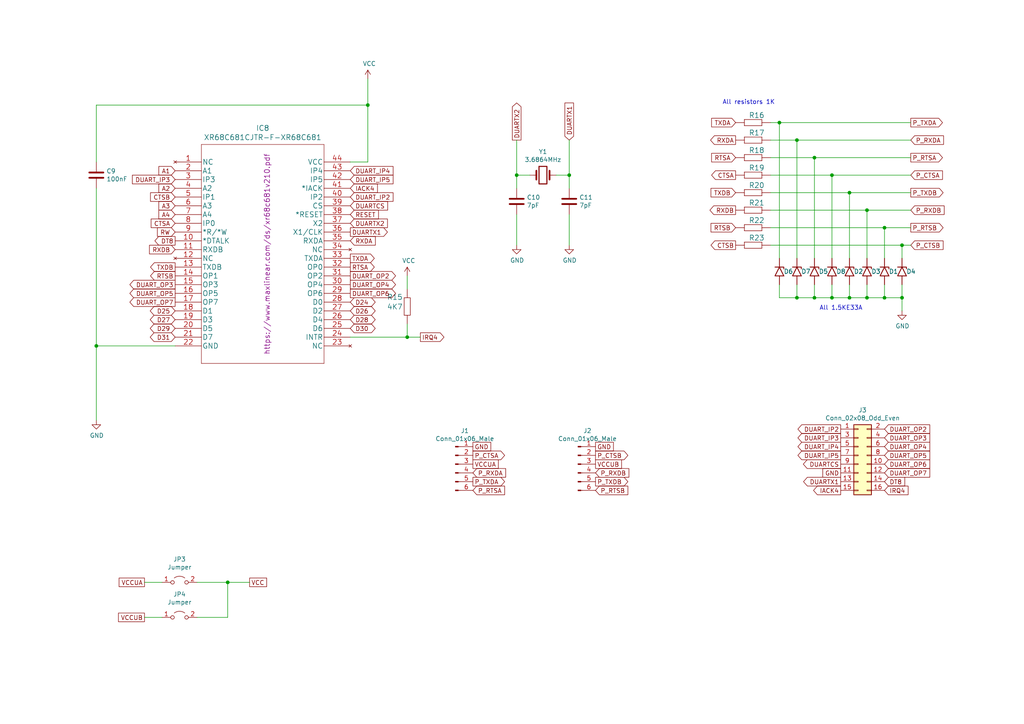
<source format=kicad_sch>
(kicad_sch (version 20211123) (generator eeschema)
  (paper "A4")
  (title_block (title "rosco_m68k Pro (030) Prototype") (date "2023-11-11") (rev "p5") (company "The Really Old-School Company Limited") (comment 1 "Copyright ©2021-2023 The Really Old-School Company Limited") (comment 2 "Open Source Hardware (CERN OHL)") (comment 3 "Prototype Hardware! Not suitable for general use!"))
  (lib_symbols
    (symbol "Connector:Conn_01x06_Male" (pin_names (offset 1.016) hide)
      (property "Reference" "J" (at 0 7.62 0))
      (property "Value" "Conn_01x06_Male" (at 0 -10.16 0))
      (symbol "Conn_01x06_Male_1_1"
        (polyline (pts (xy 1.27 -7.62) (xy 0.8636 -7.62)) (stroke (width 0.1524)))
        (polyline (pts (xy 1.27 -5.08) (xy 0.8636 -5.08)) (stroke (width 0.1524)))
        (polyline (pts (xy 1.27 -2.54) (xy 0.8636 -2.54)) (stroke (width 0.1524)))
        (polyline (pts (xy 1.27 0) (xy 0.8636 0)) (stroke (width 0.1524)))
        (polyline (pts (xy 1.27 2.54) (xy 0.8636 2.54)) (stroke (width 0.1524)))
        (polyline (pts (xy 1.27 5.08) (xy 0.8636 5.08)) (stroke (width 0.1524)))
        (rectangle (start 0.8636 -7.493) (end 0 -7.747) (stroke (width 0.1524)) (fill (type outline)))
        (rectangle (start 0.8636 -4.953) (end 0 -5.207) (stroke (width 0.1524)) (fill (type outline)))
        (rectangle (start 0.8636 -2.413) (end 0 -2.667) (stroke (width 0.1524)) (fill (type outline)))
        (rectangle (start 0.8636 0.127) (end 0 -0.127) (stroke (width 0.1524)) (fill (type outline)))
        (rectangle (start 0.8636 2.667) (end 0 2.413) (stroke (width 0.1524)) (fill (type outline)))
        (rectangle (start 0.8636 5.207) (end 0 4.953) (stroke (width 0.1524)) (fill (type outline)))
        (pin passive line (at 5.08 5.08 180) (length 3.81) (name "Pin_1") (number "1"))
        (pin passive line (at 5.08 2.54 180) (length 3.81) (name "Pin_2") (number "2"))
        (pin passive line (at 5.08 0 180) (length 3.81) (name "Pin_3") (number "3"))
        (pin passive line (at 5.08 -2.54 180) (length 3.81) (name "Pin_4") (number "4"))
        (pin passive line (at 5.08 -5.08 180) (length 3.81) (name "Pin_5") (number "5"))
        (pin passive line (at 5.08 -7.62 180) (length 3.81) (name "Pin_6") (number "6"))
      )
    )
    (symbol "Connector_Generic:Conn_02x08_Odd_Even" (pin_names (offset 1.016) hide)
      (property "Reference" "J" (at 1.27 10.16 0))
      (property "Value" "Conn_02x08_Odd_Even" (at 1.27 -12.7 0))
      (symbol "Conn_02x08_Odd_Even_1_1"
        (rectangle (start -1.27 -10.033) (end 0 -10.287) (stroke (width 0.1524)))
        (rectangle (start -1.27 -7.493) (end 0 -7.747) (stroke (width 0.1524)))
        (rectangle (start -1.27 -4.953) (end 0 -5.207) (stroke (width 0.1524)))
        (rectangle (start -1.27 -2.413) (end 0 -2.667) (stroke (width 0.1524)))
        (rectangle (start -1.27 0.127) (end 0 -0.127) (stroke (width 0.1524)))
        (rectangle (start -1.27 2.667) (end 0 2.413) (stroke (width 0.1524)))
        (rectangle (start -1.27 5.207) (end 0 4.953) (stroke (width 0.1524)))
        (rectangle (start -1.27 7.747) (end 0 7.493) (stroke (width 0.1524)))
        (rectangle (start -1.27 8.89) (end 3.81 -11.43) (stroke (width 0.254)) (fill (type background)))
        (rectangle (start 3.81 -10.033) (end 2.54 -10.287) (stroke (width 0.1524)))
        (rectangle (start 3.81 -7.493) (end 2.54 -7.747) (stroke (width 0.1524)))
        (rectangle (start 3.81 -4.953) (end 2.54 -5.207) (stroke (width 0.1524)))
        (rectangle (start 3.81 -2.413) (end 2.54 -2.667) (stroke (width 0.1524)))
        (rectangle (start 3.81 0.127) (end 2.54 -0.127) (stroke (width 0.1524)))
        (rectangle (start 3.81 2.667) (end 2.54 2.413) (stroke (width 0.1524)))
        (rectangle (start 3.81 5.207) (end 2.54 4.953) (stroke (width 0.1524)))
        (rectangle (start 3.81 7.747) (end 2.54 7.493) (stroke (width 0.1524)))
        (pin passive line (at -5.08 7.62 0) (length 3.81) (name "Pin_1") (number "1"))
        (pin passive line (at 7.62 -2.54 180) (length 3.81) (name "Pin_10") (number "10"))
        (pin passive line (at -5.08 -5.08 0) (length 3.81) (name "Pin_11") (number "11"))
        (pin passive line (at 7.62 -5.08 180) (length 3.81) (name "Pin_12") (number "12"))
        (pin passive line (at -5.08 -7.62 0) (length 3.81) (name "Pin_13") (number "13"))
        (pin passive line (at 7.62 -7.62 180) (length 3.81) (name "Pin_14") (number "14"))
        (pin passive line (at -5.08 -10.16 0) (length 3.81) (name "Pin_15") (number "15"))
        (pin passive line (at 7.62 -10.16 180) (length 3.81) (name "Pin_16") (number "16"))
        (pin passive line (at 7.62 7.62 180) (length 3.81) (name "Pin_2") (number "2"))
        (pin passive line (at -5.08 5.08 0) (length 3.81) (name "Pin_3") (number "3"))
        (pin passive line (at 7.62 5.08 180) (length 3.81) (name "Pin_4") (number "4"))
        (pin passive line (at -5.08 2.54 0) (length 3.81) (name "Pin_5") (number "5"))
        (pin passive line (at 7.62 2.54 180) (length 3.81) (name "Pin_6") (number "6"))
        (pin passive line (at -5.08 0 0) (length 3.81) (name "Pin_7") (number "7"))
        (pin passive line (at 7.62 0 180) (length 3.81) (name "Pin_8") (number "8"))
        (pin passive line (at -5.08 -2.54 0) (length 3.81) (name "Pin_9") (number "9"))
      )
    )
    (symbol "Device:C" (pin_numbers hide) (pin_names (offset 0.254))
      (property "Reference" "C" (at 0.635 2.54 0))
      (property "Value" "C" (at 0.635 -2.54 0))
      (symbol "C_0_1"
        (polyline (pts (xy -2.032 -0.762) (xy 2.032 -0.762)) (stroke (width 0.508)))
        (polyline (pts (xy -2.032 0.762) (xy 2.032 0.762)) (stroke (width 0.508)))
      )
      (symbol "C_1_1"
        (pin passive line (at 0 3.81 270) (length 2.794) (name "~") (number "1"))
        (pin passive line (at 0 -3.81 90) (length 2.794) (name "~") (number "2"))
      )
    )
    (symbol "Device:Crystal" (pin_numbers hide) (pin_names (offset 1.016) hide)
      (property "Reference" "Y" (at 0 3.81 0))
      (property "Value" "Crystal" (at 0 -3.81 0))
      (symbol "Crystal_0_1"
        (rectangle (start -1.143 2.54) (end 1.143 -2.54) (stroke (width 0.3048)))
        (polyline (pts (xy -2.54 0) (xy -1.905 0)))
        (polyline (pts (xy -1.905 -1.27) (xy -1.905 1.27)) (stroke (width 0.508)))
        (polyline (pts (xy 1.905 -1.27) (xy 1.905 1.27)) (stroke (width 0.508)))
        (polyline (pts (xy 2.54 0) (xy 1.905 0)))
      )
      (symbol "Crystal_1_1"
        (pin passive line (at -3.81 0 0) (length 1.27) (name "1") (number "1"))
        (pin passive line (at 3.81 0 180) (length 1.27) (name "2") (number "2"))
      )
    )
    (symbol "Diode:1.5KExxA" (pin_numbers hide) (pin_names (offset 1.016) hide)
      (property "Reference" "D" (at 0 2.54 0))
      (property "Value" "1.5KExxA" (at 0 -2.54 0))
      (symbol "1.5KExxA_0_1"
        (polyline (pts (xy -0.762 1.27) (xy -1.27 1.27) (xy -1.27 -1.27)) (stroke (width 0.254)))
        (polyline (pts (xy 1.27 1.27) (xy 1.27 -1.27) (xy -1.27 0) (xy 1.27 1.27)) (stroke (width 0.254)))
      )
      (symbol "1.5KExxA_1_1"
        (pin passive line (at -3.81 0 0) (length 2.54) (name "A1") (number "1"))
        (pin passive line (at 3.81 0 180) (length 2.54) (name "A2") (number "2"))
      )
    )
    (symbol "Jumper:Jumper_2_Open" (pin_names (offset 0) hide)
      (property "Reference" "JP" (at 0 2.794 0))
      (property "Value" "Jumper_2_Open" (at 0 -2.286 0))
      (symbol "Jumper_2_Open_0_0"
        (circle (center -2.032 0) (radius 0.508))
        (circle (center 2.032 0) (radius 0.508))
      )
      (symbol "Jumper_2_Open_0_1"
        (arc (start 1.524 1.27) (mid 0 1.778) (end -1.524 1.27))
      )
      (symbol "Jumper_2_Open_1_1"
        (pin passive line (at -5.08 0 0) (length 2.54) (name "A") (number "1"))
        (pin passive line (at 5.08 0 180) (length 2.54) (name "B") (number "2"))
      )
    )
    (symbol "power:GND" (power) (pin_names (offset 0))
      (property "Value" "GND" (at 0 -3.81 0))
      (symbol "GND_0_1"
        (polyline (pts (xy 0 0) (xy 0 -1.27) (xy 1.27 -1.27) (xy 0 -2.54) (xy -1.27 -1.27) (xy 0 -1.27)))
      )
      (symbol "GND_1_1"
        (pin power_in line (at 0 0 270) (length 0) hide (name "GND") (number "1"))
      )
    )
    (symbol "power:VCC" (power) (pin_names (offset 0))
      (property "Value" "VCC" (at 0 3.81 0))
      (symbol "VCC_0_1"
        (polyline (pts (xy -0.762 1.27) (xy 0 2.54)))
        (polyline (pts (xy 0 0) (xy 0 2.54)))
        (polyline (pts (xy 0 2.54) (xy 0.762 1.27)))
      )
      (symbol "VCC_1_1"
        (pin power_in line (at 0 0 90) (length 0) hide (name "VCC") (number "1"))
      )
    )
    (symbol "rosco_m68k-eagle-import:R-EU_0207_10" (pin_names (offset 1.016))
      (property "Reference" "R" (at -3.81 1.4986 0))
      (property "Value" "R-EU_0207_10" (at -3.81 -3.302 0))
      (symbol "R-EU_0207_10_1_0"
        (polyline (pts (xy -2.54 -0.889) (xy -2.54 0.889)))
        (polyline (pts (xy -2.54 -0.889) (xy 2.54 -0.889)))
        (polyline (pts (xy 2.54 -0.889) (xy 2.54 0.889)))
        (polyline (pts (xy 2.54 0.889) (xy -2.54 0.889)))
        (pin passive line (at -5.08 0 0) (length 2.54) (name "1") (number "1"))
        (pin passive line (at 5.08 0 180) (length 2.54) (name "2") (number "2"))
      )
    )
    (symbol "rosco_m68k:XR68C681CJTR-F-XR68C681" (pin_names (offset 0.254))
      (property "Reference" "U" (at 25.4 10.16 0))
      (property "Value" "XR68C681CJTR-F-XR68C681" (at 25.4 7.62 0))
      (symbol "XR68C681CJTR-F-XR68C681_1_1"
        (polyline (pts (xy 7.62 -58.42) (xy 43.18 -58.42)) (stroke (width 0.127)))
        (polyline (pts (xy 7.62 5.08) (xy 7.62 -58.42)) (stroke (width 0.127)))
        (polyline (pts (xy 43.18 -58.42) (xy 43.18 5.08)) (stroke (width 0.127)))
        (polyline (pts (xy 43.18 5.08) (xy 7.62 5.08)) (stroke (width 0.127)))
        (pin no_connect line (at 0 0 0) (length 7.62) (name "NC") (number "1"))
        (pin output line (at 0 -22.86 0) (length 7.62) (name "*DTALK") (number "10"))
        (pin input line (at 0 -25.4 0) (length 7.62) (name "RXDB") (number "11"))
        (pin no_connect line (at 0 -27.94 0) (length 7.62) (name "NC") (number "12"))
        (pin output line (at 0 -30.48 0) (length 7.62) (name "TXDB") (number "13"))
        (pin output line (at 0 -33.02 0) (length 7.62) (name "OP1") (number "14"))
        (pin output line (at 0 -35.56 0) (length 7.62) (name "OP3") (number "15"))
        (pin output line (at 0 -38.1 0) (length 7.62) (name "OP5") (number "16"))
        (pin output line (at 0 -40.64 0) (length 7.62) (name "OP7") (number "17"))
        (pin bidirectional line (at 0 -43.18 0) (length 7.62) (name "D1") (number "18"))
        (pin bidirectional line (at 0 -45.72 0) (length 7.62) (name "D3") (number "19"))
        (pin input line (at 0 -2.54 0) (length 7.62) (name "A1") (number "2"))
        (pin bidirectional line (at 0 -48.26 0) (length 7.62) (name "D5") (number "20"))
        (pin bidirectional line (at 0 -50.8 0) (length 7.62) (name "D7") (number "21"))
        (pin power_in line (at 0 -53.34 0) (length 7.62) (name "GND") (number "22"))
        (pin no_connect line (at 50.8 -53.34 180) (length 7.62) (name "NC") (number "23"))
        (pin output line (at 50.8 -50.8 180) (length 7.62) (name "INTR") (number "24"))
        (pin bidirectional line (at 50.8 -48.26 180) (length 7.62) (name "D6") (number "25"))
        (pin bidirectional line (at 50.8 -45.72 180) (length 7.62) (name "D4") (number "26"))
        (pin bidirectional line (at 50.8 -43.18 180) (length 7.62) (name "D2") (number "27"))
        (pin bidirectional line (at 50.8 -40.64 180) (length 7.62) (name "D0") (number "28"))
        (pin output line (at 50.8 -38.1 180) (length 7.62) (name "OP6") (number "29"))
        (pin input line (at 0 -5.08 0) (length 7.62) (name "IP3") (number "3"))
        (pin output line (at 50.8 -35.56 180) (length 7.62) (name "OP4") (number "30"))
        (pin output line (at 50.8 -33.02 180) (length 7.62) (name "OP2") (number "31"))
        (pin output line (at 50.8 -30.48 180) (length 7.62) (name "OP0") (number "32"))
        (pin output line (at 50.8 -27.94 180) (length 7.62) (name "TXDA") (number "33"))
        (pin no_connect line (at 50.8 -25.4 180) (length 7.62) (name "NC") (number "34"))
        (pin input line (at 50.8 -22.86 180) (length 7.62) (name "RXDA") (number "35"))
        (pin bidirectional line (at 50.8 -20.32 180) (length 7.62) (name "X1/CLK") (number "36"))
        (pin input line (at 50.8 -17.78 180) (length 7.62) (name "X2") (number "37"))
        (pin input line (at 50.8 -15.24 180) (length 7.62) (name "*RESET") (number "38"))
        (pin input line (at 50.8 -12.7 180) (length 7.62) (name "CS") (number "39"))
        (pin input line (at 0 -7.62 0) (length 7.62) (name "A2") (number "4"))
        (pin input line (at 50.8 -10.16 180) (length 7.62) (name "IP2") (number "40"))
        (pin input line (at 50.8 -7.62 180) (length 7.62) (name "*IACK") (number "41"))
        (pin input line (at 50.8 -5.08 180) (length 7.62) (name "IP5") (number "42"))
        (pin input line (at 50.8 -2.54 180) (length 7.62) (name "IP4") (number "43"))
        (pin power_in line (at 50.8 0 180) (length 7.62) (name "VCC") (number "44"))
        (pin input line (at 0 -10.16 0) (length 7.62) (name "IP1") (number "5"))
        (pin input line (at 0 -12.7 0) (length 7.62) (name "A3") (number "6"))
        (pin input line (at 0 -15.24 0) (length 7.62) (name "A4") (number "7"))
        (pin input line (at 0 -17.78 0) (length 7.62) (name "IP0") (number "8"))
        (pin input line (at 0 -20.32 0) (length 7.62) (name "*R/*W") (number "9"))
      )
    )
  )
  (junction (at 231.14 86.36))
  (junction (at 261.62 86.36))
  (junction (at 106.68 30.48))
  (junction (at 251.46 60.96))
  (junction (at 226.06 35.56))
  (junction (at 165.1 50.8))
  (junction (at 241.3 86.36))
  (junction (at 256.54 66.04))
  (junction (at 66.04 168.91))
  (junction (at 251.46 86.36))
  (junction (at 236.22 86.36))
  (junction (at 118.11 97.79))
  (junction (at 256.54 86.36))
  (junction (at 261.62 71.12))
  (junction (at 149.86 50.8))
  (junction (at 241.3 50.8))
  (junction (at 246.38 86.36))
  (junction (at 27.94 100.33))
  (junction (at 231.14 40.64))
  (junction (at 246.38 55.88))
  (junction (at 236.22 45.72))
  (wire (pts (xy 223.52 71.12) (xy 261.62 71.12)))
  (wire (pts (xy 256.54 66.04) (xy 223.52 66.04)))
  (wire (pts (xy 251.46 60.96) (xy 251.46 74.93)))
  (wire (pts (xy 223.52 40.64) (xy 231.14 40.64)))
  (wire (pts (xy 226.06 82.55) (xy 226.06 86.36)))
  (wire (pts (xy 165.1 50.8) (xy 165.1 54.61)))
  (wire (pts (xy 57.15 179.07) (xy 66.04 179.07)))
  (wire (pts (xy 256.54 82.55) (xy 256.54 86.36)))
  (wire (pts (xy 264.16 55.88) (xy 246.38 55.88)))
  (wire (pts (xy 236.22 82.55) (xy 236.22 86.36)))
  (wire (pts (xy 251.46 60.96) (xy 264.16 60.96)))
  (wire (pts (xy 223.52 60.96) (xy 251.46 60.96)))
  (wire (pts (xy 41.91 168.91) (xy 46.99 168.91)))
  (wire (pts (xy 66.04 179.07) (xy 66.04 168.91)))
  (wire (pts (xy 261.62 71.12) (xy 264.16 71.12)))
  (wire (pts (xy 101.6 46.99) (xy 106.68 46.99)))
  (wire (pts (xy 246.38 86.36) (xy 251.46 86.36)))
  (wire (pts (xy 231.14 82.55) (xy 231.14 86.36)))
  (wire (pts (xy 236.22 74.93) (xy 236.22 45.72)))
  (wire (pts (xy 256.54 66.04) (xy 264.16 66.04)))
  (wire (pts (xy 236.22 45.72) (xy 223.52 45.72)))
  (wire (pts (xy 241.3 82.55) (xy 241.3 86.36)))
  (wire (pts (xy 27.94 100.33) (xy 50.8 100.33)))
  (wire (pts (xy 118.11 93.98) (xy 118.11 97.79)))
  (wire (pts (xy 256.54 86.36) (xy 261.62 86.36)))
  (wire (pts (xy 241.3 86.36) (xy 246.38 86.36)))
  (wire (pts (xy 149.86 62.23) (xy 149.86 71.12)))
  (wire (pts (xy 246.38 82.55) (xy 246.38 86.36)))
  (wire (pts (xy 118.11 97.79) (xy 121.92 97.79)))
  (wire (pts (xy 106.68 30.48) (xy 106.68 22.86)))
  (wire (pts (xy 118.11 83.82) (xy 118.11 80.01)))
  (wire (pts (xy 226.06 35.56) (xy 223.52 35.56)))
  (wire (pts (xy 57.15 168.91) (xy 66.04 168.91)))
  (wire (pts (xy 41.91 179.07) (xy 46.99 179.07)))
  (wire (pts (xy 165.1 50.8) (xy 165.1 40.64)))
  (wire (pts (xy 226.06 74.93) (xy 226.06 35.56)))
  (wire (pts (xy 66.04 168.91) (xy 72.39 168.91)))
  (wire (pts (xy 264.16 45.72) (xy 236.22 45.72)))
  (wire (pts (xy 27.94 121.92) (xy 27.94 100.33)))
  (wire (pts (xy 101.6 97.79) (xy 118.11 97.79)))
  (wire (pts (xy 231.14 74.93) (xy 231.14 40.64)))
  (wire (pts (xy 231.14 40.64) (xy 264.16 40.64)))
  (wire (pts (xy 241.3 50.8) (xy 264.16 50.8)))
  (wire (pts (xy 264.16 35.56) (xy 226.06 35.56)))
  (wire (pts (xy 27.94 30.48) (xy 27.94 46.99)))
  (wire (pts (xy 161.29 50.8) (xy 165.1 50.8)))
  (wire (pts (xy 251.46 82.55) (xy 251.46 86.36)))
  (wire (pts (xy 261.62 90.17) (xy 261.62 86.36)))
  (wire (pts (xy 106.68 46.99) (xy 106.68 30.48)))
  (wire (pts (xy 246.38 55.88) (xy 223.52 55.88)))
  (wire (pts (xy 261.62 74.93) (xy 261.62 71.12)))
  (wire (pts (xy 149.86 50.8) (xy 149.86 54.61)))
  (wire (pts (xy 165.1 62.23) (xy 165.1 71.12)))
  (wire (pts (xy 251.46 86.36) (xy 256.54 86.36)))
  (wire (pts (xy 236.22 86.36) (xy 241.3 86.36)))
  (wire (pts (xy 153.67 50.8) (xy 149.86 50.8)))
  (wire (pts (xy 241.3 74.93) (xy 241.3 50.8)))
  (wire (pts (xy 149.86 50.8) (xy 149.86 40.64)))
  (wire (pts (xy 226.06 86.36) (xy 231.14 86.36)))
  (wire (pts (xy 106.68 30.48) (xy 27.94 30.48)))
  (wire (pts (xy 246.38 74.93) (xy 246.38 55.88)))
  (wire (pts (xy 261.62 86.36) (xy 261.62 82.55)))
  (wire (pts (xy 231.14 86.36) (xy 236.22 86.36)))
  (wire (pts (xy 27.94 100.33) (xy 27.94 54.61)))
  (wire (pts (xy 223.52 50.8) (xy 241.3 50.8)))
  (wire (pts (xy 256.54 74.93) (xy 256.54 66.04)))
  (text "All resistors 1K" (at 224.79 30.48 180) (effects (font (size 1.27 1.27)) (justify right bottom)))
  (text "All 1.5KE33A" (at 250.19 90.17 180) (effects (font (size 1.27 1.27)) (justify right bottom)))
  (global_label "RTSB" (shape input) (at 213.36 66.04 180) (property "Intersheet References" "${INTERSHEET_REFS}" (effects hide)))
  (global_label "IRQ4" (shape output) (at 121.92 97.79 0) (property "Intersheet References" "${INTERSHEET_REFS}" (effects hide)))
  (global_label "P_CTSA" (shape input) (at 264.16 50.8 0) (property "Intersheet References" "${INTERSHEET_REFS}" (effects hide)))
  (global_label "P_RTSA" (shape output) (at 264.16 45.72 0) (property "Intersheet References" "${INTERSHEET_REFS}" (effects hide)))
  (global_label "DUARTX1" (shape output) (at 243.84 139.7 180) (property "Intersheet References" "${INTERSHEET_REFS}" (effects hide)))
  (global_label "IRQ4" (shape input) (at 256.54 142.24 0) (property "Intersheet References" "${INTERSHEET_REFS}" (effects hide)))
  (global_label "DT8" (shape output) (at 50.8 69.85 180) (property "Intersheet References" "${INTERSHEET_REFS}" (effects hide)))
  (global_label "P_RXDA" (shape input) (at 264.16 40.64 0) (property "Intersheet References" "${INTERSHEET_REFS}" (effects hide)))
  (global_label "GND" (shape passive) (at 137.16 129.54 0) (property "Intersheet References" "${INTERSHEET_REFS}" (effects hide)))
  (global_label "DUARTX1" (shape output) (at 101.6 67.31 0) (property "Intersheet References" "${INTERSHEET_REFS}" (effects hide)))
  (global_label "DUART_OP2" (shape output) (at 101.6 80.01 0) (property "Intersheet References" "${INTERSHEET_REFS}" (effects hide)))
  (global_label "D24" (shape bidirectional) (at 101.6 87.63 0) (property "Intersheet References" "${INTERSHEET_REFS}" (effects hide)))
  (global_label "P_CTSA" (shape output) (at 137.16 132.08 0) (property "Intersheet References" "${INTERSHEET_REFS}" (effects hide)))
  (global_label "DUART_OP4" (shape output) (at 101.6 82.55 0) (property "Intersheet References" "${INTERSHEET_REFS}" (effects hide)))
  (global_label "P_RXDB" (shape input) (at 172.72 137.16 0) (property "Intersheet References" "${INTERSHEET_REFS}" (effects hide)))
  (global_label "TXDB" (shape output) (at 50.8 77.47 180) (property "Intersheet References" "${INTERSHEET_REFS}" (effects hide)))
  (global_label "DUART_IP5" (shape output) (at 243.84 132.08 180) (property "Intersheet References" "${INTERSHEET_REFS}" (effects hide)))
  (global_label "IACK4" (shape output) (at 243.84 142.24 180) (property "Intersheet References" "${INTERSHEET_REFS}" (effects hide)))
  (global_label "D31" (shape bidirectional) (at 50.8 97.79 180) (property "Intersheet References" "${INTERSHEET_REFS}" (effects hide)))
  (global_label "P_RTSA" (shape input) (at 137.16 142.24 0) (property "Intersheet References" "${INTERSHEET_REFS}" (effects hide)))
  (global_label "RTSA" (shape input) (at 213.36 45.72 180) (property "Intersheet References" "${INTERSHEET_REFS}" (effects hide)))
  (global_label "RXDA" (shape input) (at 101.6 69.85 0) (property "Intersheet References" "${INTERSHEET_REFS}" (effects hide)))
  (global_label "P_RTSB" (shape input) (at 172.72 142.24 0) (property "Intersheet References" "${INTERSHEET_REFS}" (effects hide)))
  (global_label "D28" (shape bidirectional) (at 101.6 92.71 0) (property "Intersheet References" "${INTERSHEET_REFS}" (effects hide)))
  (global_label "RTSB" (shape output) (at 50.8 80.01 180) (property "Intersheet References" "${INTERSHEET_REFS}" (effects hide)))
  (global_label "GND" (shape passive) (at 243.84 137.16 180) (property "Intersheet References" "${INTERSHEET_REFS}" (effects hide)))
  (global_label "DUART_OP7" (shape output) (at 50.8 87.63 180) (property "Intersheet References" "${INTERSHEET_REFS}" (effects hide)))
  (global_label "VCCUA" (shape passive) (at 41.91 168.91 180) (property "Intersheet References" "${INTERSHEET_REFS}" (effects hide)))
  (global_label "DUART_OP3" (shape output) (at 50.8 82.55 180) (property "Intersheet References" "${INTERSHEET_REFS}" (effects hide)))
  (global_label "P_RXDB" (shape input) (at 264.16 60.96 0) (property "Intersheet References" "${INTERSHEET_REFS}" (effects hide)))
  (global_label "A2" (shape input) (at 50.8 54.61 180) (property "Intersheet References" "${INTERSHEET_REFS}" (effects hide)))
  (global_label "DUART_IP5" (shape input) (at 101.6 52.07 0) (property "Intersheet References" "${INTERSHEET_REFS}" (effects hide)))
  (global_label "DUART_OP5" (shape input) (at 256.54 132.08 0) (property "Intersheet References" "${INTERSHEET_REFS}" (effects hide)))
  (global_label "VCC" (shape passive) (at 72.39 168.91 0) (property "Intersheet References" "${INTERSHEET_REFS}" (effects hide)))
  (global_label "CTSA" (shape output) (at 213.36 50.8 180) (property "Intersheet References" "${INTERSHEET_REFS}" (effects hide)))
  (global_label "DT8" (shape input) (at 256.54 139.7 0) (property "Intersheet References" "${INTERSHEET_REFS}" (effects hide)))
  (global_label "DUARTCS" (shape input) (at 101.6 59.69 0) (property "Intersheet References" "${INTERSHEET_REFS}" (effects hide)))
  (global_label "DUART_OP3" (shape input) (at 256.54 127 0) (property "Intersheet References" "${INTERSHEET_REFS}" (effects hide)))
  (global_label "DUARTX2" (shape output) (at 149.86 40.64 90) (property "Intersheet References" "${INTERSHEET_REFS}" (effects hide)))
  (global_label "RXDA" (shape output) (at 213.36 40.64 180) (property "Intersheet References" "${INTERSHEET_REFS}" (effects hide)))
  (global_label "GND" (shape passive) (at 172.72 129.54 0) (property "Intersheet References" "${INTERSHEET_REFS}" (effects hide)))
  (global_label "RXDB" (shape output) (at 213.36 60.96 180) (property "Intersheet References" "${INTERSHEET_REFS}" (effects hide)))
  (global_label "TXDB" (shape input) (at 213.36 55.88 180) (property "Intersheet References" "${INTERSHEET_REFS}" (effects hide)))
  (global_label "CTSB" (shape output) (at 213.36 71.12 180) (property "Intersheet References" "${INTERSHEET_REFS}" (effects hide)))
  (global_label "D26" (shape bidirectional) (at 101.6 90.17 0) (property "Intersheet References" "${INTERSHEET_REFS}" (effects hide)))
  (global_label "IACK4" (shape input) (at 101.6 54.61 0) (property "Intersheet References" "${INTERSHEET_REFS}" (effects hide)))
  (global_label "DUART_IP3" (shape input) (at 50.8 52.07 180) (property "Intersheet References" "${INTERSHEET_REFS}" (effects hide)))
  (global_label "P_RTSB" (shape output) (at 264.16 66.04 0) (property "Intersheet References" "${INTERSHEET_REFS}" (effects hide)))
  (global_label "P_TXDB" (shape output) (at 172.72 139.7 0) (property "Intersheet References" "${INTERSHEET_REFS}" (effects hide)))
  (global_label "P_TXDB" (shape output) (at 264.16 55.88 0) (property "Intersheet References" "${INTERSHEET_REFS}" (effects hide)))
  (global_label "DUART_OP5" (shape output) (at 50.8 85.09 180) (property "Intersheet References" "${INTERSHEET_REFS}" (effects hide)))
  (global_label "CTSA" (shape input) (at 50.8 64.77 180) (property "Intersheet References" "${INTERSHEET_REFS}" (effects hide)))
  (global_label "DUART_IP4" (shape input) (at 101.6 49.53 0) (property "Intersheet References" "${INTERSHEET_REFS}" (effects hide)))
  (global_label "DUART_IP3" (shape output) (at 243.84 127 180) (property "Intersheet References" "${INTERSHEET_REFS}" (effects hide)))
  (global_label "RTSA" (shape output) (at 101.6 77.47 0) (property "Intersheet References" "${INTERSHEET_REFS}" (effects hide)))
  (global_label "P_CTSB" (shape output) (at 172.72 132.08 0) (property "Intersheet References" "${INTERSHEET_REFS}" (effects hide)))
  (global_label "RXDB" (shape input) (at 50.8 72.39 180) (property "Intersheet References" "${INTERSHEET_REFS}" (effects hide)))
  (global_label "TXDA" (shape input) (at 213.36 35.56 180) (property "Intersheet References" "${INTERSHEET_REFS}" (effects hide)))
  (global_label "P_TXDA" (shape output) (at 264.16 35.56 0) (property "Intersheet References" "${INTERSHEET_REFS}" (effects hide)))
  (global_label "A4" (shape input) (at 50.8 62.23 180) (property "Intersheet References" "${INTERSHEET_REFS}" (effects hide)))
  (global_label "DUARTX1" (shape input) (at 165.1 40.64 90) (property "Intersheet References" "${INTERSHEET_REFS}" (effects hide)))
  (global_label "VCCUA" (shape passive) (at 137.16 134.62 0) (property "Intersheet References" "${INTERSHEET_REFS}" (effects hide)))
  (global_label "DUART_IP2" (shape output) (at 243.84 124.46 180) (property "Intersheet References" "${INTERSHEET_REFS}" (effects hide)))
  (global_label "TXDA" (shape output) (at 101.6 74.93 0) (property "Intersheet References" "${INTERSHEET_REFS}" (effects hide)))
  (global_label "D27" (shape bidirectional) (at 50.8 92.71 180) (property "Intersheet References" "${INTERSHEET_REFS}" (effects hide)))
  (global_label "DUARTX2" (shape input) (at 101.6 64.77 0) (property "Intersheet References" "${INTERSHEET_REFS}" (effects hide)))
  (global_label "P_RXDA" (shape input) (at 137.16 137.16 0) (property "Intersheet References" "${INTERSHEET_REFS}" (effects hide)))
  (global_label "A1" (shape input) (at 50.8 49.53 180) (property "Intersheet References" "${INTERSHEET_REFS}" (effects hide)))
  (global_label "DUART_IP2" (shape input) (at 101.6 57.15 0) (property "Intersheet References" "${INTERSHEET_REFS}" (effects hide)))
  (global_label "D25" (shape bidirectional) (at 50.8 90.17 180) (property "Intersheet References" "${INTERSHEET_REFS}" (effects hide)))
  (global_label "DUART_OP2" (shape input) (at 256.54 124.46 0) (property "Intersheet References" "${INTERSHEET_REFS}" (effects hide)))
  (global_label "P_TXDA" (shape output) (at 137.16 139.7 0) (property "Intersheet References" "${INTERSHEET_REFS}" (effects hide)))
  (global_label "CTSB" (shape input) (at 50.8 57.15 180) (property "Intersheet References" "${INTERSHEET_REFS}" (effects hide)))
  (global_label "D29" (shape bidirectional) (at 50.8 95.25 180) (property "Intersheet References" "${INTERSHEET_REFS}" (effects hide)))
  (global_label "DUART_OP6" (shape output) (at 101.6 85.09 0) (property "Intersheet References" "${INTERSHEET_REFS}" (effects hide)))
  (global_label "D30" (shape bidirectional) (at 101.6 95.25 0) (property "Intersheet References" "${INTERSHEET_REFS}" (effects hide)))
  (global_label "P_CTSB" (shape input) (at 264.16 71.12 0) (property "Intersheet References" "${INTERSHEET_REFS}" (effects hide)))
  (global_label "DUART_OP7" (shape input) (at 256.54 137.16 0) (property "Intersheet References" "${INTERSHEET_REFS}" (effects hide)))
  (global_label "A3" (shape input) (at 50.8 59.69 180) (property "Intersheet References" "${INTERSHEET_REFS}" (effects hide)))
  (global_label "VCCUB" (shape passive) (at 41.91 179.07 180) (property "Intersheet References" "${INTERSHEET_REFS}" (effects hide)))
  (global_label "DUART_OP4" (shape input) (at 256.54 129.54 0) (property "Intersheet References" "${INTERSHEET_REFS}" (effects hide)))
  (global_label "DUART_OP6" (shape input) (at 256.54 134.62 0) (property "Intersheet References" "${INTERSHEET_REFS}" (effects hide)))
  (global_label "DUARTCS" (shape output) (at 243.84 134.62 180) (property "Intersheet References" "${INTERSHEET_REFS}" (effects hide)))
  (global_label "RESET" (shape input) (at 101.6 62.23 0) (property "Intersheet References" "${INTERSHEET_REFS}" (effects hide)))
  (global_label "VCCUB" (shape passive) (at 172.72 134.62 0) (property "Intersheet References" "${INTERSHEET_REFS}" (effects hide)))
  (global_label "RW" (shape input) (at 50.8 67.31 180) (property "Intersheet References" "${INTERSHEET_REFS}" (effects hide)))
  (global_label "DUART_IP4" (shape output) (at 243.84 129.54 180) (property "Intersheet References" "${INTERSHEET_REFS}" (effects hide)))
  (symbol (lib_id "rosco_m68k:XR68C681CJTR-F-XR68C681") (at 50.8 46.99 0) (unit 1)
    (property "Reference" "IC8" (at 76.2 37.1602 0) (effects (font (size 1.524 1.524))))
    (property "Value" "XR68C681CJTR-F-XR68C681" (at 76.2 39.8526 0) (effects (font (size 1.524 1.524))))
    (property "Footprint" "Package_LCC:PLCC-44_THT-Socket" (effects hide))
    (property "Datasheet" "https://www.maxlinear.com/ds/xr68c681v210.pdf" (at 77.47 73.66 90) (effects (font (size 1.524 1.524))))
  )
  (symbol (lib_id "Device:Crystal") (at 157.48 50.8 0) (unit 1)
    (property "Reference" "Y1" (at 157.48 43.9928 0))
    (property "Value" "3.6864MHz" (at 157.48 46.3042 0))
    (property "Footprint" "rosco_m68k:HC49_S" (effects hide))
  )
  (symbol (lib_id "Device:C") (at 149.86 58.42 0) (unit 1)
    (property "Reference" "C10" (at 152.781 57.2516 0) (effects (justify left)))
    (property "Value" "7pF" (at 152.781 59.563 0) (effects (justify left)))
    (property "Footprint" "Capacitor_THT:C_Rect_L4.0mm_W2.5mm_P2.50mm" (effects hide))
  )
  (symbol (lib_id "Device:C") (at 165.1 58.42 0) (unit 1)
    (property "Reference" "C11" (at 168.021 57.2516 0) (effects (justify left)))
    (property "Value" "7pF" (at 168.021 59.563 0) (effects (justify left)))
    (property "Footprint" "Capacitor_THT:C_Rect_L4.0mm_W2.5mm_P2.50mm" (effects hide))
  )
  (symbol (lib_id "power:GND") (at 149.86 71.12 0) (unit 1)
    (property "Reference" "#PWR015" (effects hide))
    (property "Value" "GND" (at 149.987 75.5142 0))
  )
  (symbol (lib_id "power:GND") (at 165.1 71.12 0) (unit 1)
    (property "Reference" "#PWR016" (effects hide))
    (property "Value" "GND" (at 165.227 75.5142 0))
  )
  (symbol (lib_id "rosco_m68k-eagle-import:R-EU_0207_10") (at 118.11 88.9 90) (unit 1)
    (property "Reference" "R15" (at 116.84 85.3186 90) (effects (font (size 1.4986 1.4986)) (justify left bottom)))
    (property "Value" "4K7" (at 116.84 88.138 90) (effects (font (size 1.4986 1.4986)) (justify left bottom)))
    (property "Footprint" "rosco_m68k:R-0207_10" (effects hide))
  )
  (symbol (lib_id "power:VCC") (at 118.11 80.01 0) (unit 1)
    (property "Reference" "#PWR014" (effects hide))
    (property "Value" "VCC" (at 118.5418 75.6158 0))
  )
  (symbol (lib_id "power:VCC") (at 106.68 22.86 0) (unit 1)
    (property "Reference" "#PWR013" (effects hide))
    (property "Value" "VCC" (at 107.1118 18.4658 0))
  )
  (symbol (lib_id "power:GND") (at 27.94 121.92 0) (unit 1)
    (property "Reference" "#PWR012" (effects hide))
    (property "Value" "GND" (at 28.067 126.3142 0))
  )
  (symbol (lib_id "Device:C") (at 27.94 50.8 0) (unit 1)
    (property "Reference" "C9" (at 30.861 49.6316 0) (effects (justify left)))
    (property "Value" "100nF" (at 30.861 51.943 0) (effects (justify left)))
    (property "Footprint" "Capacitor_THT:C_Rect_L4.0mm_W2.5mm_P2.50mm" (effects hide))
  )
  (symbol (lib_id "rosco_m68k-eagle-import:R-EU_0207_10") (at 218.44 35.56 0) (unit 1)
    (property "Reference" "R16" (at 217.17 34.29 0) (effects (font (size 1.4986 1.4986)) (justify left bottom)))
    (property "Value" "1K" (effects hide))
    (property "Footprint" "rosco_m68k:R-0207_10" (effects hide))
  )
  (symbol (lib_id "rosco_m68k-eagle-import:R-EU_0207_10") (at 218.44 40.64 0) (unit 1)
    (property "Reference" "R17" (at 217.17 39.37 0) (effects (font (size 1.4986 1.4986)) (justify left bottom)))
    (property "Value" "1K" (effects hide))
    (property "Footprint" "rosco_m68k:R-0207_10" (effects hide))
  )
  (symbol (lib_id "rosco_m68k-eagle-import:R-EU_0207_10") (at 218.44 45.72 0) (unit 1)
    (property "Reference" "R18" (at 217.17 44.45 0) (effects (font (size 1.4986 1.4986)) (justify left bottom)))
    (property "Value" "1K" (effects hide))
    (property "Footprint" "rosco_m68k:R-0207_10" (effects hide))
  )
  (symbol (lib_id "rosco_m68k-eagle-import:R-EU_0207_10") (at 218.44 50.8 0) (unit 1)
    (property "Reference" "R19" (at 217.17 49.53 0) (effects (font (size 1.4986 1.4986)) (justify left bottom)))
    (property "Value" "1K" (effects hide))
    (property "Footprint" "rosco_m68k:R-0207_10" (effects hide))
  )
  (symbol (lib_id "rosco_m68k-eagle-import:R-EU_0207_10") (at 218.44 55.88 0) (unit 1)
    (property "Reference" "R20" (at 217.17 54.61 0) (effects (font (size 1.4986 1.4986)) (justify left bottom)))
    (property "Value" "1K" (effects hide))
    (property "Footprint" "rosco_m68k:R-0207_10" (effects hide))
  )
  (symbol (lib_id "rosco_m68k-eagle-import:R-EU_0207_10") (at 218.44 60.96 0) (unit 1)
    (property "Reference" "R21" (at 217.17 59.69 0) (effects (font (size 1.4986 1.4986)) (justify left bottom)))
    (property "Value" "1K" (effects hide))
    (property "Footprint" "rosco_m68k:R-0207_10" (effects hide))
  )
  (symbol (lib_id "rosco_m68k-eagle-import:R-EU_0207_10") (at 218.44 66.04 0) (unit 1)
    (property "Reference" "R22" (at 217.17 64.77 0) (effects (font (size 1.4986 1.4986)) (justify left bottom)))
    (property "Value" "1K" (effects hide))
    (property "Footprint" "rosco_m68k:R-0207_10" (effects hide))
  )
  (symbol (lib_id "rosco_m68k-eagle-import:R-EU_0207_10") (at 218.44 71.12 0) (unit 1)
    (property "Reference" "R23" (at 217.17 69.85 0) (effects (font (size 1.4986 1.4986)) (justify left bottom)))
    (property "Value" "1K" (effects hide))
    (property "Footprint" "rosco_m68k:R-0207_10" (effects hide))
  )
  (symbol (lib_id "Connector:Conn_01x06_Male") (at 132.08 134.62 0) (unit 1)
    (property "Reference" "J1" (at 134.8232 124.9426 0))
    (property "Value" "Conn_01x06_Male" (at 134.8232 127.254 0))
    (property "Footprint" "Connector_PinHeader_2.54mm:PinHeader_1x06_P2.54mm_Vertical" (effects hide))
  )
  (symbol (lib_id "Connector:Conn_01x06_Male") (at 167.64 134.62 0) (unit 1)
    (property "Reference" "J2" (at 170.3832 124.9426 0))
    (property "Value" "Conn_01x06_Male" (at 170.3832 127.254 0))
    (property "Footprint" "Connector_PinHeader_2.54mm:PinHeader_1x06_P2.54mm_Vertical" (effects hide))
  )
  (symbol (lib_id "Jumper:Jumper_2_Open") (at 52.07 168.91 0) (unit 1)
    (property "Reference" "JP3" (at 52.07 162.2044 0))
    (property "Value" "Jumper" (at 52.07 164.5158 0))
    (property "Footprint" "Connector_PinHeader_2.54mm:PinHeader_1x02_P2.54mm_Vertical" (effects hide))
  )
  (symbol (lib_id "Jumper:Jumper_2_Open") (at 52.07 179.07 0) (unit 1)
    (property "Reference" "JP4" (at 52.07 172.3644 0))
    (property "Value" "Jumper" (at 52.07 174.6758 0))
    (property "Footprint" "Connector_PinHeader_2.54mm:PinHeader_1x02_P2.54mm_Vertical" (effects hide))
  )
  (symbol (lib_id "Diode:1.5KExxA") (at 226.06 78.74 270) (unit 1)
    (property "Reference" "D6" (at 227.33 78.74 90) (effects (justify left)))
    (property "Value" "1.5KE33A" (effects hide))
    (property "Footprint" "Diode_THT:D_DO-201AE_P15.24mm_Horizontal" (effects hide))
    (property "Datasheet" "https://www.vishay.com/docs/88301/15ke.pdf" (effects hide))
  )
  (symbol (lib_id "Diode:1.5KExxA") (at 231.14 78.74 270) (unit 1)
    (property "Reference" "D7" (at 232.41 78.74 90) (effects (justify left)))
    (property "Value" "1.5KE33A" (effects hide))
    (property "Footprint" "Diode_THT:D_DO-201AE_P15.24mm_Horizontal" (effects hide))
    (property "Datasheet" "https://www.vishay.com/docs/88301/15ke.pdf" (effects hide))
  )
  (symbol (lib_id "Diode:1.5KExxA") (at 236.22 78.74 270) (unit 1)
    (property "Reference" "D5" (at 237.49 78.74 90) (effects (justify left)))
    (property "Value" "1.5KE33A" (effects hide))
    (property "Footprint" "Diode_THT:D_DO-201AE_P15.24mm_Horizontal" (effects hide))
    (property "Datasheet" "https://www.vishay.com/docs/88301/15ke.pdf" (effects hide))
  )
  (symbol (lib_id "Diode:1.5KExxA") (at 241.3 78.74 270) (unit 1)
    (property "Reference" "D8" (at 242.57 78.74 90) (effects (justify left)))
    (property "Value" "1.5KE33A" (effects hide))
    (property "Footprint" "Diode_THT:D_DO-201AE_P15.24mm_Horizontal" (effects hide))
    (property "Datasheet" "https://www.vishay.com/docs/88301/15ke.pdf" (effects hide))
  )
  (symbol (lib_id "Diode:1.5KExxA") (at 246.38 78.74 270) (unit 1)
    (property "Reference" "D2" (at 247.65 78.74 90) (effects (justify left)))
    (property "Value" "1.5KE33A" (effects hide))
    (property "Footprint" "Diode_THT:D_DO-201AE_P15.24mm_Horizontal" (effects hide))
    (property "Datasheet" "https://www.vishay.com/docs/88301/15ke.pdf" (effects hide))
  )
  (symbol (lib_id "Diode:1.5KExxA") (at 251.46 78.74 270) (unit 1)
    (property "Reference" "D3" (at 252.73 78.74 90) (effects (justify left)))
    (property "Value" "1.5KE33A" (effects hide))
    (property "Footprint" "Diode_THT:D_DO-201AE_P15.24mm_Horizontal" (effects hide))
    (property "Datasheet" "https://www.vishay.com/docs/88301/15ke.pdf" (effects hide))
  )
  (symbol (lib_id "Diode:1.5KExxA") (at 256.54 78.74 270) (unit 1)
    (property "Reference" "D1" (at 257.81 78.74 90) (effects (justify left)))
    (property "Value" "1.5KE33A" (effects hide))
    (property "Footprint" "Diode_THT:D_DO-201AE_P15.24mm_Horizontal" (effects hide))
    (property "Datasheet" "https://www.vishay.com/docs/88301/15ke.pdf" (effects hide))
  )
  (symbol (lib_id "Diode:1.5KExxA") (at 261.62 78.74 270) (unit 1)
    (property "Reference" "D4" (at 262.89 78.74 90) (effects (justify left)))
    (property "Value" "1.5KE33A" (effects hide))
    (property "Footprint" "Diode_THT:D_DO-201AE_P15.24mm_Horizontal" (effects hide))
    (property "Datasheet" "https://www.vishay.com/docs/88301/15ke.pdf" (effects hide))
  )
  (symbol (lib_id "power:GND") (at 261.62 90.17 0) (unit 1)
    (property "Reference" "#PWR017" (effects hide))
    (property "Value" "GND" (at 261.747 94.5642 0))
  )
  (symbol (lib_id "Connector_Generic:Conn_02x08_Odd_Even") (at 248.92 132.08 0) (unit 1)
    (property "Reference" "J3" (at 250.19 118.9482 0))
    (property "Value" "Conn_02x08_Odd_Even" (at 250.19 121.2596 0))
    (property "Footprint" "Connector_PinHeader_2.54mm:PinHeader_2x08_P2.54mm_Vertical" (effects hide))
  )
)
</source>
